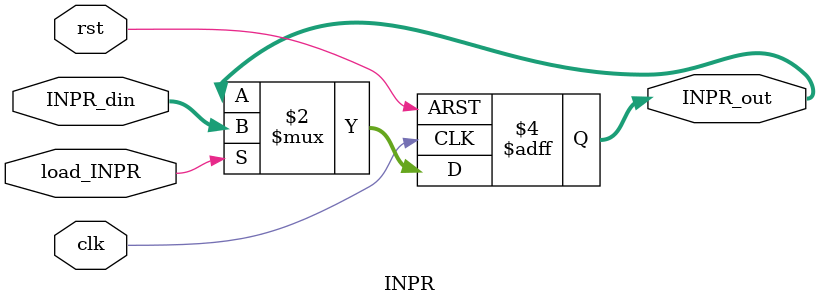
<source format=v>
`timescale 1ns / 1ps

module INPR(
    input wire clk,
    input wire rst,         
    input wire [7:0] INPR_din,         
    input wire load_INPR,
    output reg [7:0] INPR_out    // Data to AC[11:0]
);
//INPR should only load data from the external input when the input device is ready(input_ready=1)
    always @(posedge clk or posedge rst) begin
        if (rst)begin
            INPR_out <= 8'b0;
        end 
        else if (load_INPR)begin
            INPR_out <= INPR_din;
    
         end  //else INPR_out holds its current value
    end

endmodule

</source>
